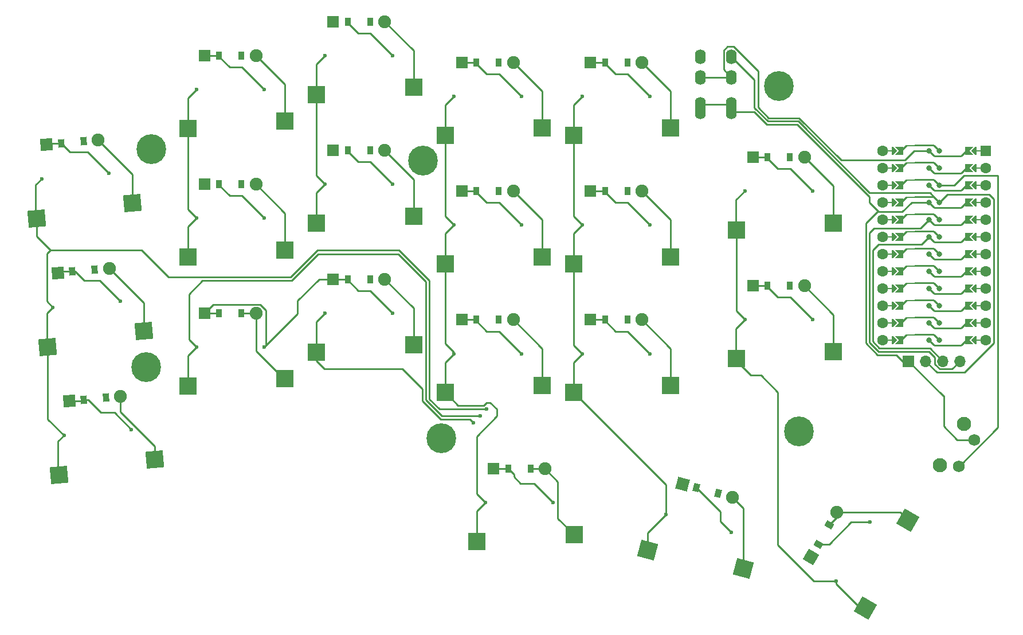
<source format=gbr>
%TF.GenerationSoftware,KiCad,Pcbnew,8.0.0*%
%TF.CreationDate,2024-03-12T02:06:11+01:00*%
%TF.ProjectId,cornish-v1,636f726e-6973-4682-9d76-312e6b696361,v1.0.0*%
%TF.SameCoordinates,Original*%
%TF.FileFunction,Copper,L2,Bot*%
%TF.FilePolarity,Positive*%
%FSLAX46Y46*%
G04 Gerber Fmt 4.6, Leading zero omitted, Abs format (unit mm)*
G04 Created by KiCad (PCBNEW 8.0.0) date 2024-03-12 02:06:11*
%MOMM*%
%LPD*%
G01*
G04 APERTURE LIST*
G04 Aperture macros list*
%AMRotRect*
0 Rectangle, with rotation*
0 The origin of the aperture is its center*
0 $1 length*
0 $2 width*
0 $3 Rotation angle, in degrees counterclockwise*
0 Add horizontal line*
21,1,$1,$2,0,0,$3*%
%AMFreePoly0*
4,1,5,0.125000,-0.500000,-0.125000,-0.500000,-0.125000,0.500000,0.125000,0.500000,0.125000,-0.500000,0.125000,-0.500000,$1*%
%AMFreePoly1*
4,1,6,0.600000,0.200000,0.000000,-0.400000,-0.600000,0.200000,-0.600000,0.400000,0.600000,0.400000,0.600000,0.200000,0.600000,0.200000,$1*%
%AMFreePoly2*
4,1,6,0.600000,-0.250000,-0.600000,-0.250000,-0.600000,1.000000,0.000000,0.400000,0.600000,1.000000,0.600000,-0.250000,0.600000,-0.250000,$1*%
%AMFreePoly3*
4,1,45,0.008964,0.122598,0.024387,0.122598,0.052641,0.110894,0.062500,0.108253,0.064961,0.105791,0.069447,0.103934,0.103934,0.069447,0.105791,0.064961,0.108253,0.062500,0.110894,0.052643,0.122598,0.024387,0.122598,0.008964,0.125000,0.000000,0.122598,-0.008964,0.122598,-0.024386,0.110896,-0.052633,0.108253,-0.062500,0.105790,-0.064962,0.103934,-0.069446,-0.643355,-0.819983,
-0.641028,-4.773351,0.088389,-5.499612,0.103934,-5.518554,0.122598,-5.563614,0.122598,-5.612387,0.103934,-5.657447,0.069447,-5.691934,0.024387,-5.710598,-0.024386,-5.710598,-0.069446,-5.691934,-0.854388,-4.910388,-0.869934,-4.891446,-0.888598,-4.846386,-0.891000,-0.766000,-0.888598,-0.741614,-0.869934,-0.696554,-0.088388,0.088389,-0.069446,0.103934,-0.064962,0.105790,-0.062500,0.108253,
-0.052633,0.110896,-0.024386,0.122598,-0.008964,0.122598,0.000000,0.125000,0.008964,0.122598,0.008964,0.122598,$1*%
G04 Aperture macros list end*
%TA.AperFunction,ComponentPad*%
%ADD10C,0.600000*%
%TD*%
%TA.AperFunction,ComponentPad*%
%ADD11C,2.100000*%
%TD*%
%TA.AperFunction,ComponentPad*%
%ADD12C,1.750000*%
%TD*%
%TA.AperFunction,ComponentPad*%
%ADD13C,0.700000*%
%TD*%
%TA.AperFunction,ComponentPad*%
%ADD14C,4.400000*%
%TD*%
%TA.AperFunction,ComponentPad*%
%ADD15R,1.778000X1.778000*%
%TD*%
%TA.AperFunction,SMDPad,CuDef*%
%ADD16R,0.900000X1.200000*%
%TD*%
%TA.AperFunction,ComponentPad*%
%ADD17C,1.905000*%
%TD*%
%TA.AperFunction,ComponentPad*%
%ADD18RotRect,1.778000X1.778000X5.000000*%
%TD*%
%TA.AperFunction,SMDPad,CuDef*%
%ADD19RotRect,0.900000X1.200000X5.000000*%
%TD*%
%TA.AperFunction,SMDPad,CuDef*%
%ADD20R,2.550000X2.500000*%
%TD*%
%TA.AperFunction,ComponentPad*%
%ADD21O,1.600000X2.200000*%
%TD*%
%TA.AperFunction,ComponentPad*%
%ADD22RotRect,1.778000X1.778000X60.000000*%
%TD*%
%TA.AperFunction,SMDPad,CuDef*%
%ADD23RotRect,0.900000X1.200000X60.000000*%
%TD*%
%TA.AperFunction,SMDPad,CuDef*%
%ADD24RotRect,2.550000X2.500000X5.000000*%
%TD*%
%TA.AperFunction,ComponentPad*%
%ADD25C,1.600000*%
%TD*%
%TA.AperFunction,ComponentPad*%
%ADD26R,1.600000X1.600000*%
%TD*%
%TA.AperFunction,SMDPad,CuDef*%
%ADD27FreePoly0,270.000000*%
%TD*%
%TA.AperFunction,SMDPad,CuDef*%
%ADD28FreePoly1,270.000000*%
%TD*%
%TA.AperFunction,SMDPad,CuDef*%
%ADD29FreePoly1,90.000000*%
%TD*%
%TA.AperFunction,SMDPad,CuDef*%
%ADD30FreePoly0,90.000000*%
%TD*%
%TA.AperFunction,SMDPad,CuDef*%
%ADD31FreePoly2,90.000000*%
%TD*%
%TA.AperFunction,SMDPad,CuDef*%
%ADD32FreePoly3,270.000000*%
%TD*%
%TA.AperFunction,ComponentPad*%
%ADD33C,0.800000*%
%TD*%
%TA.AperFunction,SMDPad,CuDef*%
%ADD34FreePoly3,90.000000*%
%TD*%
%TA.AperFunction,SMDPad,CuDef*%
%ADD35FreePoly2,270.000000*%
%TD*%
%TA.AperFunction,SMDPad,CuDef*%
%ADD36RotRect,2.550000X2.500000X345.000000*%
%TD*%
%TA.AperFunction,ComponentPad*%
%ADD37RotRect,1.778000X1.778000X345.000000*%
%TD*%
%TA.AperFunction,SMDPad,CuDef*%
%ADD38RotRect,0.900000X1.200000X345.000000*%
%TD*%
%TA.AperFunction,SMDPad,CuDef*%
%ADD39RotRect,2.550000X2.500000X60.000000*%
%TD*%
%TA.AperFunction,ComponentPad*%
%ADD40R,1.700000X1.700000*%
%TD*%
%TA.AperFunction,ComponentPad*%
%ADD41O,1.700000X1.700000*%
%TD*%
%TA.AperFunction,Conductor*%
%ADD42C,0.250000*%
%TD*%
G04 APERTURE END LIST*
D10*
%TO.P,REF\u002A\u002A,1*%
%TO.N,P16*%
X199500000Y-154500000D03*
%TD*%
%TO.P,REF\u002A\u002A,1*%
%TO.N,P10*%
X200500000Y-153500000D03*
%TD*%
%TO.P,REF\u002A\u002A,1*%
%TO.N,P9*%
X201500000Y-152500000D03*
%TD*%
D11*
%TO.P,REF\u002A\u002A,*%
%TO.N,*%
X271968597Y-154672468D03*
X268463597Y-160743307D03*
D12*
%TO.P,REF\u002A\u002A,1*%
%TO.N,GND*%
X273500000Y-157000000D03*
%TO.P,REF\u002A\u002A,2*%
%TO.N,RST*%
X271250001Y-160897115D03*
%TD*%
D13*
%TO.P,_46,1*%
%TO.N,N/C*%
X242956795Y-104801108D03*
X243440069Y-103634382D03*
X243440069Y-105967834D03*
X244606795Y-103151108D03*
D14*
X244606795Y-104801108D03*
D13*
X244606795Y-106451108D03*
X245773521Y-103634382D03*
X245773521Y-105967834D03*
X246256795Y-104801108D03*
%TD*%
D15*
%TO.P,D19,1*%
%TO.N,P19*%
X240796796Y-134301108D03*
D16*
X242956796Y-134301108D03*
%TO.P,D19,2*%
%TO.N,media_one*%
X246256796Y-134301108D03*
D17*
X248416796Y-134301108D03*
%TD*%
D10*
%TO.P,REF\u002A\u002A,1*%
%TO.N,P4*%
X258118678Y-169174442D03*
%TD*%
D15*
%TO.P,D10,1*%
%TO.N,P19*%
X197796795Y-139301109D03*
D16*
X199956795Y-139301109D03*
%TO.P,D10,2*%
%TO.N,index_bottom*%
X203256795Y-139301109D03*
D17*
X205416795Y-139301109D03*
%TD*%
D18*
%TO.P,D1,1*%
%TO.N,P19*%
X139792061Y-151288925D03*
D19*
X141943842Y-151100669D03*
%TO.P,D1,2*%
%TO.N,pinky_bottom*%
X145231284Y-150813055D03*
D17*
X147383065Y-150624799D03*
%TD*%
D13*
%TO.P,_43,1*%
%TO.N,N/C*%
X149564777Y-146418645D03*
X149944525Y-145214238D03*
X150147898Y-147538811D03*
X151064691Y-144631117D03*
D14*
X151208498Y-146274838D03*
D13*
X151352305Y-147918559D03*
X152269098Y-145010865D03*
X152472471Y-147335438D03*
X152852219Y-146131031D03*
%TD*%
D15*
%TO.P,D11,1*%
%TO.N,P20*%
X197796795Y-120301109D03*
D16*
X199956795Y-120301109D03*
%TO.P,D11,2*%
%TO.N,index_home*%
X203256795Y-120301109D03*
D17*
X205416795Y-120301109D03*
%TD*%
D10*
%TO.P,REF\u002A\u002A,1*%
%TO.N,P21*%
X206606795Y-106301108D03*
%TD*%
%TO.P,REF\u002A\u002A,1*%
%TO.N,P16*%
X177606796Y-119301109D03*
%TD*%
%TO.P,REF\u002A\u002A,1*%
%TO.N,P19*%
X187606795Y-138301108D03*
%TD*%
%TO.P,REF\u002A\u002A,1*%
%TO.N,P14*%
X196606795Y-144301108D03*
%TD*%
D13*
%TO.P,_45,1*%
%TO.N,N/C*%
X193156795Y-156801109D03*
X193640069Y-155634383D03*
X193640069Y-157967835D03*
X194806795Y-155151109D03*
D14*
X194806795Y-156801109D03*
D13*
X194806795Y-158451109D03*
X195973521Y-155634383D03*
X195973521Y-157967835D03*
X196456795Y-156801109D03*
%TD*%
D10*
%TO.P,REF\u002A\u002A,1*%
%TO.N,P20*%
X147348357Y-136574357D03*
%TD*%
%TO.P,REF\u002A\u002A,1*%
%TO.N,P16*%
X177606796Y-100301109D03*
%TD*%
D20*
%TO.P,S10,1*%
%TO.N,P14*%
X195336795Y-150051109D03*
%TO.P,S10,2*%
%TO.N,index_bottom*%
X209676795Y-149001109D03*
%TD*%
D10*
%TO.P,REF\u002A\u002A,1*%
%TO.N,P20*%
X206606795Y-125301108D03*
%TD*%
D13*
%TO.P,_47,1*%
%TO.N,N/C*%
X245956795Y-155801108D03*
X246440069Y-154634382D03*
X246440069Y-156967834D03*
X247606795Y-154151108D03*
D14*
X247606795Y-155801108D03*
D13*
X247606795Y-157451108D03*
X248773521Y-154634382D03*
X248773521Y-156967834D03*
X249256795Y-155801108D03*
%TD*%
D20*
%TO.P,S4,1*%
%TO.N,P10*%
X157336796Y-149051108D03*
%TO.P,S4,2*%
%TO.N,ring_bottom*%
X171676796Y-148001108D03*
%TD*%
D21*
%TO.P,TRRS1,1*%
%TO.N,GND*%
X233006795Y-108601108D03*
X237606795Y-108601108D03*
%TO.P,TRRS1,2*%
X233006795Y-107501108D03*
X237606795Y-107501107D03*
%TO.P,TRRS1,3*%
%TO.N,P1*%
X233006795Y-103501108D03*
X237606795Y-103501108D03*
%TO.P,TRRS1,4*%
%TO.N,VCC*%
X233006795Y-100501108D03*
X237606795Y-100501108D03*
%TD*%
D22*
%TO.P,D18,1*%
%TO.N,P4*%
X249383551Y-174304125D03*
D23*
X250463551Y-172433511D03*
%TO.P,D18,2*%
%TO.N,space_cluster*%
X252113551Y-169575627D03*
D17*
X253193551Y-167705013D03*
%TD*%
D10*
%TO.P,REF\u002A\u002A,1*%
%TO.N,P21*%
X168606795Y-105301108D03*
%TD*%
%TO.P,REF\u002A\u002A,1*%
%TO.N,P18*%
X253118678Y-177834696D03*
%TD*%
%TO.P,REF\u002A\u002A,1*%
%TO.N,P19*%
X225606795Y-144301108D03*
%TD*%
D20*
%TO.P,S11,1*%
%TO.N,P14*%
X195336795Y-131051109D03*
%TO.P,S11,2*%
%TO.N,index_home*%
X209676795Y-130001109D03*
%TD*%
D15*
%TO.P,D13,1*%
%TO.N,P19*%
X216796795Y-139301109D03*
D16*
X218956795Y-139301109D03*
%TO.P,D13,2*%
%TO.N,index2_bottom*%
X222256795Y-139301109D03*
D17*
X224416795Y-139301109D03*
%TD*%
D10*
%TO.P,REF\u002A\u002A,1*%
%TO.N,P4*%
X211306795Y-166301108D03*
%TD*%
D24*
%TO.P,S3,1*%
%TO.N,P9*%
X134966428Y-124357023D03*
%TO.P,S3,2*%
%TO.N,pinky_top*%
X149160347Y-122061205D03*
%TD*%
D10*
%TO.P,REF\u002A\u002A,1*%
%TO.N,P15*%
X227945754Y-168043491D03*
%TD*%
%TO.P,REF\u002A\u002A,1*%
%TO.N,P10*%
X158606796Y-105301108D03*
%TD*%
D20*
%TO.P,S12,1*%
%TO.N,P14*%
X195336795Y-112051109D03*
%TO.P,S12,2*%
%TO.N,index_top*%
X209676795Y-111001109D03*
%TD*%
D10*
%TO.P,REF\u002A\u002A,1*%
%TO.N,P15*%
X215606795Y-125301108D03*
%TD*%
D15*
%TO.P,D20,1*%
%TO.N,P20*%
X240796796Y-115301108D03*
D16*
X242956796Y-115301108D03*
%TO.P,D20,2*%
%TO.N,media_two*%
X246256796Y-115301108D03*
D17*
X248416796Y-115301108D03*
%TD*%
D20*
%TO.P,S13,1*%
%TO.N,P15*%
X214336795Y-150051109D03*
%TO.P,S13,2*%
%TO.N,index2_bottom*%
X228676795Y-149001109D03*
%TD*%
D15*
%TO.P,D15,1*%
%TO.N,P21*%
X216796795Y-101301109D03*
D16*
X218956795Y-101301109D03*
%TO.P,D15,2*%
%TO.N,index2_top*%
X222256795Y-101301109D03*
D17*
X224416795Y-101301109D03*
%TD*%
D10*
%TO.P,REF\u002A\u002A,1*%
%TO.N,P19*%
X149004316Y-155502057D03*
%TD*%
D20*
%TO.P,S19,1*%
%TO.N,P18*%
X238336795Y-145051109D03*
%TO.P,S19,2*%
%TO.N,media_one*%
X252676795Y-144001109D03*
%TD*%
D10*
%TO.P,REF\u002A\u002A,1*%
%TO.N,P18*%
X239606795Y-139301109D03*
%TD*%
%TO.P,REF\u002A\u002A,1*%
%TO.N,P16*%
X177606796Y-138301109D03*
%TD*%
%TO.P,REF\u002A\u002A,1*%
%TO.N,P14*%
X201306795Y-166301108D03*
%TD*%
%TO.P,REF\u002A\u002A,1*%
%TO.N,P21*%
X225606795Y-106301108D03*
%TD*%
%TO.P,REF\u002A\u002A,1*%
%TO.N,P21*%
X145692397Y-117646658D03*
%TD*%
%TO.P,REF\u002A\u002A,1*%
%TO.N,P10*%
X158606796Y-124301109D03*
%TD*%
%TO.P,REF\u002A\u002A,1*%
%TO.N,P15*%
X215606795Y-106301108D03*
%TD*%
%TO.P,REF\u002A\u002A,1*%
%TO.N,P9*%
X135730450Y-118518216D03*
%TD*%
%TO.P,REF\u002A\u002A,1*%
%TO.N,P10*%
X158606795Y-143301108D03*
%TD*%
D15*
%TO.P,D7,1*%
%TO.N,P19*%
X178796795Y-133301108D03*
D16*
X180956795Y-133301108D03*
%TO.P,D7,2*%
%TO.N,middle_bottom*%
X184256795Y-133301108D03*
D17*
X186416795Y-133301108D03*
%TD*%
D10*
%TO.P,REF\u002A\u002A,1*%
%TO.N,P20*%
X249606795Y-120301108D03*
%TD*%
D15*
%TO.P,D12,1*%
%TO.N,P21*%
X197796795Y-101301109D03*
D16*
X199956795Y-101301109D03*
%TO.P,D12,2*%
%TO.N,index_top*%
X203256795Y-101301109D03*
D17*
X205416795Y-101301109D03*
%TD*%
D25*
%TO.P,_41,*%
%TO.N,*%
X275226794Y-114331108D03*
D26*
X275226794Y-114331108D03*
D27*
X273956795Y-114331108D03*
D28*
X273448795Y-114331108D03*
D29*
X261764795Y-114331108D03*
D30*
X261256795Y-114331108D03*
D25*
X259986795Y-114331108D03*
X275226795Y-116871108D03*
D27*
X273956795Y-116871108D03*
D28*
X273448795Y-116871108D03*
D29*
X261764795Y-116871108D03*
D30*
X261256795Y-116871108D03*
D25*
X259986795Y-116871108D03*
X275226795Y-119411108D03*
D27*
X273956795Y-119411108D03*
D28*
X273448795Y-119411108D03*
D29*
X261764795Y-119411108D03*
D30*
X261256795Y-119411108D03*
D25*
X259986795Y-119411108D03*
X259986795Y-121951107D03*
X275226795Y-121951108D03*
D28*
X273448795Y-121951108D03*
D29*
X261764795Y-121951108D03*
D30*
X261256796Y-121951108D03*
D27*
X273956795Y-121951109D03*
D25*
X275226795Y-124491108D03*
D27*
X273956795Y-124491108D03*
D28*
X273448795Y-124491108D03*
D29*
X261764794Y-124491108D03*
D30*
X261256795Y-124491108D03*
D25*
X259986795Y-124491108D03*
X275226795Y-127031108D03*
D27*
X273956795Y-127031108D03*
D28*
X273448795Y-127031108D03*
D29*
X261764795Y-127031108D03*
D30*
X261256795Y-127031108D03*
D25*
X259986795Y-127031108D03*
X275226795Y-129571108D03*
D27*
X273956795Y-129571108D03*
D28*
X273448795Y-129571108D03*
D29*
X261764795Y-129571108D03*
D30*
X261256795Y-129571108D03*
D25*
X259986795Y-129571108D03*
X275226795Y-132111108D03*
D27*
X273956795Y-132111108D03*
D28*
X273448796Y-132111108D03*
D29*
X261764795Y-132111108D03*
D30*
X261256795Y-132111108D03*
D25*
X259986795Y-132111108D03*
D30*
X261256795Y-134651107D03*
D27*
X273956794Y-134651108D03*
D28*
X273448795Y-134651108D03*
D29*
X261764795Y-134651108D03*
D25*
X259986795Y-134651108D03*
X275226795Y-134651109D03*
X275226795Y-137191108D03*
D27*
X273956795Y-137191108D03*
D28*
X273448795Y-137191108D03*
D29*
X261764795Y-137191108D03*
D30*
X261256795Y-137191108D03*
D25*
X259986795Y-137191108D03*
X275226795Y-139731108D03*
D27*
X273956795Y-139731108D03*
D28*
X273448795Y-139731108D03*
D29*
X261764795Y-139731108D03*
D30*
X261256795Y-139731108D03*
D25*
X259986795Y-139731108D03*
X275226795Y-142271108D03*
D27*
X273956795Y-142271108D03*
D28*
X273448795Y-142271108D03*
D29*
X261764795Y-142271108D03*
D30*
X261256795Y-142271108D03*
D25*
X259986796Y-142271108D03*
D31*
%TO.P,_41,1*%
%TO.N,RAW*%
X262780795Y-114331107D03*
D32*
X268368795Y-114331108D03*
D33*
X268368795Y-114331108D03*
D32*
%TO.P,_41,2*%
%TO.N,GND*%
X268368795Y-116871108D03*
D33*
X268368795Y-116871108D03*
D31*
%TO.N,N/C*%
X262780795Y-116871108D03*
D32*
%TO.P,_41,3*%
%TO.N,RST*%
X268368795Y-119411108D03*
D33*
X268368795Y-119411108D03*
D31*
X262780795Y-119411108D03*
%TO.P,_41,4*%
%TO.N,VCC*%
X262780795Y-121951108D03*
D32*
X268368795Y-121951109D03*
D33*
X268368795Y-121951109D03*
D32*
%TO.P,_41,5*%
%TO.N,P21*%
X268368795Y-124491108D03*
D33*
X268368795Y-124491108D03*
D31*
X262780795Y-124491108D03*
D32*
%TO.P,_41,6*%
%TO.N,P20*%
X268368795Y-127031108D03*
D33*
X268368795Y-127031108D03*
D31*
X262780795Y-127031108D03*
D32*
%TO.P,_41,7*%
%TO.N,P19*%
X268368795Y-129571108D03*
D33*
X268368795Y-129571108D03*
D31*
X262780795Y-129571108D03*
D32*
%TO.P,_41,8*%
%TO.N,P18*%
X268368795Y-132111108D03*
D33*
X268368795Y-132111108D03*
D31*
X262780795Y-132111108D03*
D32*
%TO.P,_41,9*%
%TO.N,P15*%
X268368796Y-134651108D03*
D33*
X268368796Y-134651108D03*
D31*
X262780795Y-134651108D03*
D32*
%TO.P,_41,10*%
%TO.N,P14*%
X268368795Y-137191108D03*
D33*
X268368795Y-137191108D03*
D31*
X262780795Y-137191108D03*
D32*
%TO.P,_41,11*%
%TO.N,P16*%
X268368795Y-139731108D03*
D33*
X268368795Y-139731108D03*
D31*
X262780795Y-139731108D03*
D32*
%TO.P,_41,12*%
%TO.N,P10*%
X268368795Y-142271108D03*
D33*
X268368795Y-142271108D03*
D31*
X262780795Y-142271108D03*
D34*
%TO.P,_41,13*%
%TO.N,P9*%
X266844795Y-142271108D03*
D33*
X266844795Y-142271108D03*
D35*
X272432795Y-142271109D03*
%TO.P,_41,14*%
%TO.N,P8*%
X272432795Y-139731108D03*
D34*
X266844795Y-139731108D03*
D33*
X266844795Y-139731108D03*
D35*
%TO.P,_41,15*%
%TO.N,P7*%
X272432795Y-137191108D03*
D34*
X266844795Y-137191108D03*
D33*
X266844795Y-137191108D03*
D34*
%TO.P,_41,16*%
%TO.N,P6*%
X266844795Y-134651107D03*
D33*
X266844795Y-134651107D03*
D35*
X272432795Y-134651108D03*
%TO.P,_41,17*%
%TO.N,P5*%
X272432795Y-132111108D03*
D34*
X266844795Y-132111108D03*
D33*
X266844795Y-132111108D03*
D35*
%TO.P,_41,18*%
%TO.N,P4*%
X272432795Y-129571108D03*
D34*
X266844795Y-129571108D03*
D33*
X266844795Y-129571108D03*
D35*
%TO.P,_41,19*%
%TO.N,P3*%
X272432795Y-127031108D03*
D34*
X266844795Y-127031108D03*
D33*
X266844795Y-127031108D03*
D35*
%TO.P,_41,20*%
%TO.N,P2*%
X272432795Y-124491108D03*
D34*
X266844795Y-124491108D03*
D33*
X266844795Y-124491108D03*
D35*
%TO.P,_41,21*%
%TO.N,GND*%
X272432795Y-121951108D03*
D34*
X266844794Y-121951108D03*
D33*
X266844794Y-121951108D03*
D35*
%TO.P,_41,22*%
X272432795Y-119411108D03*
D34*
X266844795Y-119411108D03*
D33*
X266844795Y-119411108D03*
D35*
%TO.P,_41,23*%
%TO.N,P0*%
X272432795Y-116871108D03*
D34*
X266844795Y-116871108D03*
D33*
X266844795Y-116871108D03*
D35*
%TO.P,_41,24*%
%TO.N,P1*%
X272432795Y-114331108D03*
D34*
X266844795Y-114331108D03*
D33*
X266844795Y-114331108D03*
%TD*%
D10*
%TO.P,REF\u002A\u002A,1*%
%TO.N,P14*%
X196606795Y-106301108D03*
%TD*%
%TO.P,REF\u002A\u002A,1*%
%TO.N,P19*%
X206606795Y-144301108D03*
%TD*%
D24*
%TO.P,S2,1*%
%TO.N,P9*%
X136622387Y-143284723D03*
%TO.P,S2,2*%
%TO.N,pinky_home*%
X150816306Y-140988905D03*
%TD*%
D10*
%TO.P,REF\u002A\u002A,1*%
%TO.N,P9*%
X137386409Y-137445915D03*
%TD*%
D36*
%TO.P,S17,1*%
%TO.N,P15*%
X225230819Y-173268864D03*
%TO.P,S17,2*%
%TO.N,layer_cluster*%
X239353955Y-175966107D03*
%TD*%
D15*
%TO.P,D14,1*%
%TO.N,P20*%
X216796795Y-120301109D03*
D16*
X218956795Y-120301109D03*
%TO.P,D14,2*%
%TO.N,index2_home*%
X222256795Y-120301109D03*
D17*
X224416795Y-120301109D03*
%TD*%
D10*
%TO.P,REF\u002A\u002A,1*%
%TO.N,P19*%
X249606795Y-139301108D03*
%TD*%
D20*
%TO.P,S16,1*%
%TO.N,P14*%
X200036795Y-172051109D03*
%TO.P,S16,2*%
%TO.N,mod_cluster*%
X214376795Y-171001109D03*
%TD*%
D15*
%TO.P,D6,1*%
%TO.N,P21*%
X159796796Y-100301108D03*
D16*
X161956796Y-100301108D03*
%TO.P,D6,2*%
%TO.N,ring_top*%
X165256796Y-100301108D03*
D17*
X167416796Y-100301108D03*
%TD*%
D20*
%TO.P,S7,1*%
%TO.N,P16*%
X176336796Y-144051108D03*
%TO.P,S7,2*%
%TO.N,middle_bottom*%
X190676796Y-143001108D03*
%TD*%
D13*
%TO.P,_42,1*%
%TO.N,N/C*%
X150262475Y-114235368D03*
X150642223Y-113030961D03*
X150845596Y-115355534D03*
X151762389Y-112447840D03*
D14*
X151906196Y-114091561D03*
D13*
X152050003Y-115735282D03*
X152966796Y-112827588D03*
X153170169Y-115152161D03*
X153549917Y-113947754D03*
%TD*%
D10*
%TO.P,REF\u002A\u002A,1*%
%TO.N,P9*%
X139042369Y-156373615D03*
%TD*%
D20*
%TO.P,S20,1*%
%TO.N,P18*%
X238336795Y-126051109D03*
%TO.P,S20,2*%
%TO.N,media_two*%
X252676795Y-125001109D03*
%TD*%
D15*
%TO.P,D16,1*%
%TO.N,P4*%
X202496795Y-161301109D03*
D16*
X204656795Y-161301109D03*
%TO.P,D16,2*%
%TO.N,mod_cluster*%
X207956795Y-161301109D03*
D17*
X210116795Y-161301109D03*
%TD*%
D10*
%TO.P,REF\u002A\u002A,1*%
%TO.N,P20*%
X187606796Y-119301108D03*
%TD*%
D37*
%TO.P,D17,1*%
%TO.N,P4*%
X230389301Y-163521857D03*
D38*
X232475700Y-164080906D03*
%TO.P,D17,2*%
%TO.N,layer_cluster*%
X235663256Y-164935010D03*
D17*
X237749655Y-165494059D03*
%TD*%
D18*
%TO.P,D2,1*%
%TO.N,P20*%
X138136102Y-132361226D03*
D19*
X140287883Y-132172970D03*
%TO.P,D2,2*%
%TO.N,pinky_home*%
X143575325Y-131885356D03*
D17*
X145727106Y-131697100D03*
%TD*%
D15*
%TO.P,D9,1*%
%TO.N,P21*%
X178796795Y-95301108D03*
D16*
X180956795Y-95301108D03*
%TO.P,D9,2*%
%TO.N,middle_top*%
X184256795Y-95301108D03*
D17*
X186416795Y-95301108D03*
%TD*%
D10*
%TO.P,REF\u002A\u002A,1*%
%TO.N,P20*%
X225606795Y-125301108D03*
%TD*%
D18*
%TO.P,D3,1*%
%TO.N,P21*%
X136480144Y-113433527D03*
D19*
X138631925Y-113245271D03*
%TO.P,D3,2*%
%TO.N,pinky_top*%
X141919367Y-112957657D03*
D17*
X144071148Y-112769401D03*
%TD*%
D39*
%TO.P,S18,1*%
%TO.N,P18*%
X257463325Y-181809548D03*
%TO.P,S18,2*%
%TO.N,space_cluster*%
X263723998Y-168865743D03*
%TD*%
D15*
%TO.P,D8,1*%
%TO.N,P20*%
X178796795Y-114301108D03*
D16*
X180956795Y-114301108D03*
%TO.P,D8,2*%
%TO.N,middle_home*%
X184256795Y-114301108D03*
D17*
X186416795Y-114301108D03*
%TD*%
D10*
%TO.P,REF\u002A\u002A,1*%
%TO.N,P4*%
X237605012Y-170631682D03*
%TD*%
%TO.P,REF\u002A\u002A,1*%
%TO.N,P20*%
X168606795Y-124301108D03*
%TD*%
%TO.P,REF\u002A\u002A,1*%
%TO.N,P18*%
X239606795Y-120301108D03*
%TD*%
D15*
%TO.P,D4,1*%
%TO.N,P19*%
X159796796Y-138301108D03*
D16*
X161956796Y-138301108D03*
%TO.P,D4,2*%
%TO.N,ring_bottom*%
X165256796Y-138301108D03*
D17*
X167416796Y-138301108D03*
%TD*%
D15*
%TO.P,D5,1*%
%TO.N,P20*%
X159796796Y-119301108D03*
D16*
X161956796Y-119301108D03*
%TO.P,D5,2*%
%TO.N,ring_home*%
X165256796Y-119301108D03*
D17*
X167416796Y-119301108D03*
%TD*%
D10*
%TO.P,REF\u002A\u002A,1*%
%TO.N,P15*%
X215606795Y-144301108D03*
%TD*%
%TO.P,REF\u002A\u002A,1*%
%TO.N,P14*%
X196606795Y-125301108D03*
%TD*%
D20*
%TO.P,S15,1*%
%TO.N,P15*%
X214336795Y-112051109D03*
%TO.P,S15,2*%
%TO.N,index2_top*%
X228676795Y-111001109D03*
%TD*%
D13*
%TO.P,_44,1*%
%TO.N,N/C*%
X190456796Y-115801108D03*
X190940070Y-114634382D03*
X190940070Y-116967834D03*
X192106796Y-114151108D03*
D14*
X192106796Y-115801108D03*
D13*
X192106796Y-117451108D03*
X193273522Y-114634382D03*
X193273522Y-116967834D03*
X193756796Y-115801108D03*
%TD*%
D20*
%TO.P,S8,1*%
%TO.N,P16*%
X176336796Y-125051108D03*
%TO.P,S8,2*%
%TO.N,middle_home*%
X190676796Y-124001108D03*
%TD*%
D10*
%TO.P,REF\u002A\u002A,1*%
%TO.N,P21*%
X187606796Y-100301108D03*
%TD*%
D40*
%TO.P,OLED1,1*%
%TO.N,GND*%
X263806794Y-145401108D03*
D41*
%TO.P,OLED1,2*%
%TO.N,VCC*%
X266346795Y-145401108D03*
%TO.P,OLED1,3*%
%TO.N,P3*%
X268886795Y-145401108D03*
%TO.P,OLED1,4*%
%TO.N,P2*%
X271426795Y-145401108D03*
%TD*%
D20*
%TO.P,S6,1*%
%TO.N,P10*%
X157336795Y-111051109D03*
%TO.P,S6,2*%
%TO.N,ring_top*%
X171676795Y-110001109D03*
%TD*%
D24*
%TO.P,S1,1*%
%TO.N,P9*%
X138278346Y-162212421D03*
%TO.P,S1,2*%
%TO.N,pinky_bottom*%
X152472265Y-159916603D03*
%TD*%
D20*
%TO.P,S5,1*%
%TO.N,P10*%
X157336796Y-130051108D03*
%TO.P,S5,2*%
%TO.N,ring_home*%
X171676796Y-129001108D03*
%TD*%
%TO.P,S9,1*%
%TO.N,P16*%
X176336796Y-106051108D03*
%TO.P,S9,2*%
%TO.N,middle_top*%
X190676796Y-105001108D03*
%TD*%
%TO.P,S14,1*%
%TO.N,P15*%
X214336795Y-131051109D03*
%TO.P,S14,2*%
%TO.N,index2_home*%
X228676795Y-130001109D03*
%TD*%
D10*
%TO.P,REF\u002A\u002A,1*%
%TO.N,P19*%
X168606795Y-143301108D03*
%TD*%
D42*
%TO.N,P20*%
X140672970Y-132172970D02*
X140287883Y-132172970D01*
%TO.N,P9*%
X134966428Y-124357023D02*
X134862800Y-124253395D01*
%TO.N,P21*%
X165305687Y-102000000D02*
X163500000Y-102000000D01*
X161956796Y-100456796D02*
X161956796Y-100301108D01*
%TO.N,P10*%
X157336795Y-111051109D02*
X157331795Y-111046109D01*
%TO.N,P20*%
X165305687Y-121000000D02*
X163500000Y-121000000D01*
%TO.N,P16*%
X176336796Y-106051108D02*
X176331796Y-106046108D01*
%TO.N,P21*%
X184305688Y-97000000D02*
X182500000Y-97000000D01*
%TO.N,P20*%
X184305688Y-116000000D02*
X182500000Y-116000000D01*
%TO.N,P19*%
X168023608Y-137023608D02*
X168906795Y-137906795D01*
X168906795Y-143001108D02*
X168606795Y-143301108D01*
X173500000Y-136500000D02*
X173500000Y-138407903D01*
%TO.N,P16*%
X176336796Y-144051108D02*
X176331796Y-144046108D01*
%TO.N,P19*%
X184305687Y-135000000D02*
X182500000Y-135000000D01*
X180956795Y-133456795D02*
X180956795Y-133301108D01*
%TO.N,P14*%
X195336795Y-112051109D02*
X195331795Y-112046109D01*
X195336795Y-131051109D02*
X195331795Y-131046109D01*
X196606795Y-144301108D02*
X196606795Y-144106795D01*
%TO.N,P19*%
X203305687Y-141000000D02*
X201500000Y-141000000D01*
X199956795Y-139456795D02*
X199956795Y-139301109D01*
%TO.N,P20*%
X203305687Y-122000000D02*
X201500000Y-122000000D01*
X199956795Y-120456795D02*
X199956795Y-120301109D01*
%TO.N,P21*%
X203305687Y-103000000D02*
X201500000Y-103000000D01*
X199956795Y-101456795D02*
X199956795Y-101301109D01*
X222305687Y-103000000D02*
X220500000Y-103000000D01*
X218956795Y-101456795D02*
X218956795Y-101301109D01*
%TO.N,P19*%
X222305687Y-141000000D02*
X220500000Y-141000000D01*
X218956795Y-139456795D02*
X218956795Y-139301109D01*
%TO.N,P15*%
X214336795Y-111836795D02*
X214331795Y-111831795D01*
X214336795Y-131051109D02*
X214331795Y-131046109D01*
%TO.N,P20*%
X222305687Y-122000000D02*
X220500000Y-122000000D01*
X218956795Y-120456795D02*
X218956795Y-120301109D01*
X246305687Y-117000000D02*
X244500000Y-117000000D01*
X242956796Y-115456796D02*
X242956796Y-115301108D01*
%TO.N,P19*%
X246305687Y-136000000D02*
X244500000Y-136000000D01*
X242956796Y-134456796D02*
X242956796Y-134301108D01*
%TO.N,P18*%
X238336795Y-126051109D02*
X238331795Y-126046109D01*
X238336795Y-145051109D02*
X238331795Y-145046109D01*
%TO.N,P15*%
X214336795Y-150051109D02*
X214331795Y-150046109D01*
%TO.N,P14*%
X195336795Y-150051109D02*
X195331795Y-150046109D01*
X203000000Y-153500000D02*
X203000000Y-152500000D01*
X202000000Y-151500000D02*
X201500000Y-151500000D01*
%TO.N,P18*%
X242000000Y-147500000D02*
X240500000Y-147500000D01*
%TO.N,space_cluster*%
X253193551Y-167705013D02*
X253193551Y-168495627D01*
%TO.N,P18*%
X253118678Y-177834696D02*
X253118678Y-178258960D01*
%TO.N,P4*%
X236000000Y-169026670D02*
X236000000Y-167605206D01*
X205542791Y-162500000D02*
X205500000Y-162500000D01*
%TO.N,P16*%
X192000000Y-149522445D02*
X192000000Y-151272792D01*
%TO.N,P10*%
X157500000Y-135500000D02*
X159500000Y-133500000D01*
X192500000Y-151136396D02*
X194863604Y-153500000D01*
%TO.N,P9*%
X193000000Y-151000000D02*
X194500000Y-152500000D01*
X136500000Y-129500000D02*
X137000000Y-129000000D01*
X136622387Y-143284723D02*
X136518759Y-143181095D01*
%TO.N,P19*%
X144500000Y-153000000D02*
X146502259Y-153000000D01*
X141755586Y-151288925D02*
X141943842Y-151100669D01*
%TO.N,GND*%
X259250000Y-123250000D02*
X259366108Y-123366108D01*
X259227208Y-144500000D02*
X257500000Y-142772792D01*
%TO.N,P1*%
X237606795Y-103501108D02*
X236481795Y-102376108D01*
X236481795Y-99518205D02*
X237000000Y-99000000D01*
X241568198Y-107931802D02*
X243136396Y-109500000D01*
X263246108Y-115746108D02*
X264661108Y-114331108D01*
%TO.N,GND*%
X240964712Y-108601108D02*
X242863604Y-110500000D01*
X258000000Y-121136396D02*
X258000000Y-122000000D01*
X262866108Y-123366108D02*
X264281108Y-121951108D01*
%TO.N,VCC*%
X241000000Y-108000000D02*
X243000000Y-110000000D01*
X276351795Y-121485117D02*
X275692786Y-120826108D01*
%TO.N,P2*%
X268400094Y-146576108D02*
X267711795Y-145887809D01*
X258000000Y-126500000D02*
X258689892Y-125810108D01*
X259363604Y-144000000D02*
X258000000Y-142636396D01*
%TO.N,P3*%
X267000000Y-143514313D02*
X267000000Y-143500000D01*
X259500000Y-143500000D02*
X258500000Y-142500000D01*
X258500000Y-129000000D02*
X259343892Y-128156108D01*
%TO.N,RST*%
X270588892Y-119411108D02*
X272000000Y-118000000D01*
%TO.N,GND*%
X268905686Y-150500000D02*
X269000000Y-150500000D01*
%TO.N,P21*%
X161956796Y-100301108D02*
X159796796Y-100301108D01*
X138631925Y-113245271D02*
X136668400Y-113245271D01*
X136668400Y-113245271D02*
X136480144Y-113433527D01*
%TO.N,P20*%
X140287883Y-132172970D02*
X138324358Y-132172970D01*
X138324358Y-132172970D02*
X138136102Y-132361226D01*
X144274000Y-133500000D02*
X142000000Y-133500000D01*
X147348357Y-136574357D02*
X144274000Y-133500000D01*
X142000000Y-133500000D02*
X140672970Y-132172970D01*
%TO.N,pinky_home*%
X150816306Y-140988905D02*
X150816306Y-136786300D01*
X150816306Y-136786300D02*
X145727106Y-131697100D01*
%TO.N,P9*%
X134862800Y-124253395D02*
X134862800Y-119385866D01*
X134862800Y-119385866D02*
X135730450Y-118518216D01*
%TO.N,P21*%
X145692397Y-117646658D02*
X142545739Y-114500000D01*
X139886654Y-114500000D02*
X138631925Y-113245271D01*
X142545739Y-114500000D02*
X139886654Y-114500000D01*
%TO.N,pinky_top*%
X149160347Y-122061205D02*
X149160347Y-117858600D01*
X149160347Y-117858600D02*
X144071148Y-112769401D01*
%TO.N,P21*%
X168606795Y-105301108D02*
X165305687Y-102000000D01*
X163500000Y-102000000D02*
X161956796Y-100456796D01*
%TO.N,ring_top*%
X171676795Y-110001109D02*
X171676795Y-104561107D01*
X171676795Y-104561107D02*
X167416796Y-100301108D01*
%TO.N,P10*%
X157331795Y-106576109D02*
X158606796Y-105301108D01*
X157331795Y-111046109D02*
X157331795Y-106576109D01*
X158606796Y-124301109D02*
X157336795Y-123031108D01*
X157336795Y-123031108D02*
X157336795Y-111051109D01*
%TO.N,P20*%
X168606795Y-124301108D02*
X165305687Y-121000000D01*
X163500000Y-121000000D02*
X161956796Y-119456796D01*
X161956796Y-119456796D02*
X161956796Y-119301108D01*
%TO.N,ring_home*%
X171676796Y-129001108D02*
X171676796Y-123561108D01*
X171676796Y-123561108D02*
X167416796Y-119301108D01*
%TO.N,P16*%
X177606796Y-119301109D02*
X176336796Y-118031109D01*
X176336796Y-118031109D02*
X176336796Y-106051108D01*
X176336796Y-125051108D02*
X176331796Y-125046108D01*
X176331796Y-125046108D02*
X176331796Y-120576109D01*
X176331796Y-120576109D02*
X177606796Y-119301109D01*
X176331796Y-101576109D02*
X177606796Y-100301109D01*
X176331796Y-106046108D02*
X176331796Y-101576109D01*
%TO.N,P21*%
X187606796Y-100301108D02*
X184305688Y-97000000D01*
X180956795Y-95456795D02*
X180956795Y-95301108D01*
X182500000Y-97000000D02*
X180956795Y-95456795D01*
%TO.N,middle_top*%
X190676796Y-105001108D02*
X190676796Y-99561109D01*
X190676796Y-99561109D02*
X186416795Y-95301108D01*
%TO.N,P20*%
X180956795Y-114456795D02*
X180956795Y-114301108D01*
X187606796Y-119301108D02*
X184305688Y-116000000D01*
X182500000Y-116000000D02*
X180956795Y-114456795D01*
%TO.N,middle_home*%
X190676796Y-124001108D02*
X190676796Y-118561109D01*
X190676796Y-118561109D02*
X186416795Y-114301108D01*
%TO.N,P19*%
X159796796Y-138301108D02*
X161956796Y-138301108D01*
X159796796Y-138301108D02*
X161074296Y-137023608D01*
X168906795Y-137906795D02*
X168906795Y-143001108D01*
X161074296Y-137023608D02*
X168023608Y-137023608D01*
%TO.N,ring_bottom*%
X167416796Y-138301108D02*
X165256796Y-138301108D01*
%TO.N,P19*%
X176698892Y-133301108D02*
X173500000Y-136500000D01*
X173500000Y-138407903D02*
X168606795Y-143301108D01*
X178796795Y-133301108D02*
X176698892Y-133301108D01*
%TO.N,ring_bottom*%
X171676796Y-148001108D02*
X171501108Y-148001108D01*
X171501108Y-148001108D02*
X167416796Y-143916796D01*
X167416796Y-143916796D02*
X167416796Y-138301108D01*
%TO.N,P16*%
X176331796Y-144046108D02*
X176331796Y-139576109D01*
X176331796Y-139576109D02*
X177606796Y-138301109D01*
%TO.N,P19*%
X180956795Y-133301108D02*
X178796795Y-133301108D01*
X187606795Y-138301108D02*
X184305687Y-135000000D01*
X182500000Y-135000000D02*
X180956795Y-133456795D01*
%TO.N,middle_bottom*%
X190676796Y-143001108D02*
X190676796Y-137561109D01*
X190676796Y-137561109D02*
X186416795Y-133301108D01*
%TO.N,P14*%
X195331795Y-112046109D02*
X195331795Y-107576108D01*
X195331795Y-107576108D02*
X196606795Y-106301108D01*
X196606795Y-125301108D02*
X195336795Y-124031108D01*
X195336795Y-124031108D02*
X195336795Y-112051109D01*
X195331795Y-131046109D02*
X195331795Y-126576108D01*
X195331795Y-126576108D02*
X196606795Y-125301108D01*
X196606795Y-144106795D02*
X195336795Y-142836795D01*
X195336795Y-142836795D02*
X195336795Y-131051109D01*
%TO.N,P19*%
X199956795Y-139301109D02*
X197796795Y-139301109D01*
X206606795Y-144301108D02*
X203305687Y-141000000D01*
X201500000Y-141000000D02*
X199956795Y-139456795D01*
%TO.N,index_bottom*%
X209676795Y-149001109D02*
X209676795Y-143561109D01*
X209676795Y-143561109D02*
X205416795Y-139301109D01*
%TO.N,P20*%
X199956795Y-120301109D02*
X197796795Y-120301109D01*
X206606795Y-125301108D02*
X203305687Y-122000000D01*
X201500000Y-122000000D02*
X199956795Y-120456795D01*
%TO.N,index_home*%
X209676795Y-130001109D02*
X209676795Y-124561109D01*
X209676795Y-124561109D02*
X205416795Y-120301109D01*
%TO.N,P21*%
X199956795Y-101301109D02*
X197796795Y-101301109D01*
X206606795Y-106301108D02*
X203305687Y-103000000D01*
X201500000Y-103000000D02*
X199956795Y-101456795D01*
%TO.N,index_top*%
X209676795Y-111001109D02*
X209676795Y-105561109D01*
X209676795Y-105561109D02*
X205416795Y-101301109D01*
%TO.N,P21*%
X218956795Y-101301109D02*
X216796795Y-101301109D01*
X225606795Y-106301108D02*
X222305687Y-103000000D01*
X220500000Y-103000000D02*
X218956795Y-101456795D01*
%TO.N,index2_top*%
X228676795Y-111001109D02*
X228676795Y-105561109D01*
X228676795Y-105561109D02*
X224416795Y-101301109D01*
%TO.N,P19*%
X218956795Y-139301109D02*
X216796795Y-139301109D01*
X225606795Y-144301108D02*
X222305687Y-141000000D01*
X220500000Y-141000000D02*
X218956795Y-139456795D01*
%TO.N,index2_bottom*%
X228676795Y-149001109D02*
X228676795Y-143561109D01*
X228676795Y-143561109D02*
X224416795Y-139301109D01*
%TO.N,P15*%
X214336795Y-112051109D02*
X214336795Y-111836795D01*
X214331795Y-107576108D02*
X215606795Y-106301108D01*
X214331795Y-111831795D02*
X214331795Y-107576108D01*
X215606795Y-125301108D02*
X214336795Y-124031108D01*
X214336795Y-124031108D02*
X214336795Y-112051109D01*
X214331795Y-131046109D02*
X214331795Y-126576108D01*
X214331795Y-126576108D02*
X215606795Y-125301108D01*
X215606795Y-144301108D02*
X214336795Y-143031108D01*
X214336795Y-143031108D02*
X214336795Y-131051109D01*
%TO.N,P20*%
X218956795Y-120301109D02*
X216796795Y-120301109D01*
X225606795Y-125301108D02*
X222305687Y-122000000D01*
X220500000Y-122000000D02*
X218956795Y-120456795D01*
%TO.N,index2_home*%
X228676795Y-130001109D02*
X228676795Y-124561109D01*
X228676795Y-124561109D02*
X224416795Y-120301109D01*
%TO.N,P20*%
X242956796Y-115301108D02*
X240796796Y-115301108D01*
X249606795Y-120301108D02*
X246305687Y-117000000D01*
X244500000Y-117000000D02*
X242956796Y-115456796D01*
%TO.N,media_two*%
X252676795Y-125001109D02*
X252676795Y-119561107D01*
X252676795Y-119561107D02*
X248416796Y-115301108D01*
%TO.N,P19*%
X242956796Y-134301108D02*
X240796796Y-134301108D01*
X249606795Y-139301108D02*
X246305687Y-136000000D01*
X244500000Y-136000000D02*
X242956796Y-134456796D01*
%TO.N,media_one*%
X252676795Y-144001109D02*
X252676795Y-138561107D01*
X252676795Y-138561107D02*
X248416796Y-134301108D01*
%TO.N,P18*%
X238331795Y-126046109D02*
X238331795Y-121576108D01*
X238331795Y-121576108D02*
X239606795Y-120301108D01*
X239606795Y-139301109D02*
X238336795Y-138031109D01*
X238336795Y-138031109D02*
X238336795Y-126051109D01*
X238331795Y-140576109D02*
X239606795Y-139301109D01*
X238331795Y-145046109D02*
X238331795Y-140576109D01*
%TO.N,P15*%
X214331795Y-150046109D02*
X214331795Y-145576108D01*
X214331795Y-145576108D02*
X215606795Y-144301108D01*
%TO.N,P14*%
X195331795Y-150046109D02*
X195331795Y-145576108D01*
X195331795Y-145576108D02*
X196606795Y-144301108D01*
X201306795Y-166301108D02*
X200000000Y-164994313D01*
X200000000Y-164994313D02*
X200000000Y-156500000D01*
X200000000Y-156500000D02*
X203000000Y-153500000D01*
X203000000Y-152500000D02*
X202000000Y-151500000D01*
X201500000Y-151500000D02*
X201073891Y-151926109D01*
X197211795Y-151926109D02*
X195336795Y-150051109D01*
X201073891Y-151926109D02*
X197211795Y-151926109D01*
%TO.N,P15*%
X227945754Y-168043491D02*
X227945754Y-163660068D01*
X227945754Y-163660068D02*
X214336795Y-150051109D01*
%TO.N,P18*%
X253118678Y-177834696D02*
X249834696Y-177834696D01*
X249834696Y-177834696D02*
X244500000Y-172500000D01*
X244500000Y-172500000D02*
X244500000Y-150000000D01*
X244500000Y-150000000D02*
X242000000Y-147500000D01*
X240500000Y-147500000D02*
X238336795Y-145336795D01*
X238336795Y-145336795D02*
X238336795Y-145051109D01*
%TO.N,P4*%
X258118678Y-169174442D02*
X255325558Y-169174442D01*
X255325558Y-169174442D02*
X252066489Y-172433511D01*
X252066489Y-172433511D02*
X250463551Y-172433511D01*
%TO.N,space_cluster*%
X253193551Y-168495627D02*
X252113551Y-169575627D01*
X263723998Y-168865743D02*
X262563268Y-167705013D01*
X262563268Y-167705013D02*
X253193551Y-167705013D01*
%TO.N,P18*%
X253118678Y-178258960D02*
X256669266Y-181809548D01*
X256669266Y-181809548D02*
X257463325Y-181809548D01*
%TO.N,P4*%
X237605012Y-170631682D02*
X236000000Y-169026670D01*
X236000000Y-167605206D02*
X232475700Y-164080906D01*
%TO.N,layer_cluster*%
X239353955Y-175966107D02*
X239353955Y-167098359D01*
X239353955Y-167098359D02*
X237749655Y-165494059D01*
%TO.N,P15*%
X227945754Y-168043491D02*
X225230819Y-170758426D01*
X225230819Y-170758426D02*
X225230819Y-173268864D01*
%TO.N,P14*%
X200036795Y-172051109D02*
X200031795Y-172046109D01*
X200031795Y-167576108D02*
X201306795Y-166301108D01*
X200031795Y-172046109D02*
X200031795Y-167576108D01*
%TO.N,mod_cluster*%
X210116795Y-161301109D02*
X207956795Y-161301109D01*
X214376795Y-171001109D02*
X212000000Y-168624314D01*
X212000000Y-168624314D02*
X212000000Y-163184314D01*
X212000000Y-163184314D02*
X210116795Y-161301109D01*
%TO.N,P4*%
X204656795Y-161301109D02*
X202496795Y-161301109D01*
X211306795Y-166301108D02*
X208462896Y-163457209D01*
X205500000Y-162500000D02*
X205500000Y-162144314D01*
X208462896Y-163457209D02*
X206500000Y-163457209D01*
X206500000Y-163457209D02*
X205542791Y-162500000D01*
X205500000Y-162144314D02*
X204656795Y-161301109D01*
%TO.N,P16*%
X192000000Y-151272792D02*
X194727208Y-154000000D01*
X199000000Y-154000000D02*
X199500000Y-154500000D01*
X194727208Y-154000000D02*
X199000000Y-154000000D01*
%TO.N,P10*%
X158606795Y-143301108D02*
X157500000Y-142194313D01*
X157500000Y-142194313D02*
X157500000Y-135500000D01*
X188431802Y-129568198D02*
X192500000Y-133636396D01*
X192500000Y-133636396D02*
X192500000Y-151136396D01*
X159500000Y-133500000D02*
X172636396Y-133500000D01*
X194863604Y-153500000D02*
X200500000Y-153500000D01*
X172636396Y-133500000D02*
X176568198Y-129568198D01*
X176568198Y-129568198D02*
X188431802Y-129568198D01*
%TO.N,P9*%
X137000000Y-129000000D02*
X150500000Y-129000000D01*
X150500000Y-129000000D02*
X154500000Y-133000000D01*
X154500000Y-133000000D02*
X172500000Y-133000000D01*
X188500000Y-129000000D02*
X193000000Y-133500000D01*
X172500000Y-133000000D02*
X176500000Y-129000000D01*
X193000000Y-133500000D02*
X193000000Y-151000000D01*
X176500000Y-129000000D02*
X188500000Y-129000000D01*
X194500000Y-152500000D02*
X201500000Y-152500000D01*
%TO.N,P16*%
X176336796Y-144051108D02*
X176336796Y-145336796D01*
X176336796Y-145336796D02*
X177500000Y-146500000D01*
X188977555Y-146500000D02*
X192000000Y-149522445D01*
X177500000Y-146500000D02*
X188977555Y-146500000D01*
%TO.N,P10*%
X158606796Y-124301109D02*
X157331796Y-125576109D01*
X157331796Y-125576109D02*
X157331796Y-130046108D01*
X157331796Y-130046108D02*
X157336796Y-130051108D01*
%TO.N,P9*%
X137386409Y-137445915D02*
X136500000Y-136559506D01*
X136500000Y-136559506D02*
X136500000Y-129500000D01*
X137000000Y-129000000D02*
X134966428Y-126966428D01*
X134966428Y-126966428D02*
X134966428Y-124357023D01*
X136518759Y-143181095D02*
X136518759Y-138313565D01*
X136518759Y-138313565D02*
X137386409Y-137445915D01*
%TO.N,P10*%
X157336796Y-149051108D02*
X157331796Y-149046108D01*
X157331796Y-149046108D02*
X157331796Y-144576107D01*
X157331796Y-144576107D02*
X158606795Y-143301108D01*
%TO.N,P9*%
X139042369Y-156373615D02*
X136622387Y-153953633D01*
X136622387Y-153953633D02*
X136622387Y-143284723D01*
X139042369Y-156373615D02*
X138174718Y-157241266D01*
X138174718Y-162108793D02*
X138278346Y-162212421D01*
X138174718Y-157241266D02*
X138174718Y-162108793D01*
%TO.N,pinky_bottom*%
X147383065Y-150624799D02*
X147383065Y-152883065D01*
X147383065Y-152883065D02*
X152472265Y-157972265D01*
X152472265Y-157972265D02*
X152472265Y-159916603D01*
%TO.N,P19*%
X142600669Y-151100669D02*
X144500000Y-153000000D01*
X141943842Y-151100669D02*
X142600669Y-151100669D01*
X146502259Y-153000000D02*
X149004316Y-155502057D01*
X139792061Y-151288925D02*
X141755586Y-151288925D01*
%TO.N,GND*%
X258000000Y-122000000D02*
X259250000Y-123250000D01*
X263806794Y-145401108D02*
X262901108Y-145401108D01*
X257500000Y-125000000D02*
X259250000Y-123250000D01*
X262901108Y-145401108D02*
X262000000Y-144500000D01*
X257500000Y-142772792D02*
X257500000Y-125000000D01*
X262000000Y-144500000D02*
X259227208Y-144500000D01*
%TO.N,P1*%
X237606795Y-103501108D02*
X233006795Y-103501108D01*
X236481795Y-102376108D02*
X236481795Y-99518205D01*
X237000000Y-99000000D02*
X237996677Y-99000000D01*
X237996677Y-99000000D02*
X241568198Y-102571521D01*
X247636396Y-109500000D02*
X253882504Y-115746108D01*
X241568198Y-102571521D02*
X241568198Y-107931802D01*
X243136396Y-109500000D02*
X247636396Y-109500000D01*
X253882504Y-115746108D02*
X263246108Y-115746108D01*
X264661108Y-114331108D02*
X266844795Y-114331108D01*
%TO.N,GND*%
X237606795Y-108601108D02*
X240964712Y-108601108D01*
X242863604Y-110500000D02*
X247363604Y-110500000D01*
X247363604Y-110500000D02*
X258000000Y-121136396D01*
X259366108Y-123366108D02*
X262866108Y-123366108D01*
X264281108Y-121951108D02*
X266844794Y-121951108D01*
%TO.N,VCC*%
X237606795Y-100501108D02*
X241000000Y-103894313D01*
X243000000Y-110000000D02*
X247500000Y-110000000D01*
X241000000Y-103894313D02*
X241000000Y-108000000D01*
X247500000Y-110000000D02*
X258036108Y-120536108D01*
X258036108Y-120536108D02*
X266953794Y-120536108D01*
X266953794Y-120536108D02*
X268368795Y-121951109D01*
X266346795Y-145401108D02*
X267971795Y-147026108D01*
X267971795Y-147026108D02*
X272062786Y-147026108D01*
X272062786Y-147026108D02*
X276351795Y-142737099D01*
X276351795Y-142737099D02*
X276351795Y-121485117D01*
X275692786Y-120826108D02*
X269493796Y-120826108D01*
X269493796Y-120826108D02*
X268368795Y-121951109D01*
%TO.N,P2*%
X271426795Y-145401108D02*
X270251795Y-146576108D01*
X267711795Y-144862504D02*
X266849291Y-144000000D01*
X270251795Y-146576108D02*
X268400094Y-146576108D01*
X267711795Y-145887809D02*
X267711795Y-144862504D01*
X266849291Y-144000000D02*
X259363604Y-144000000D01*
X258000000Y-142636396D02*
X258000000Y-126500000D01*
X258689892Y-125810108D02*
X265525795Y-125810108D01*
X265525795Y-125810108D02*
X266844795Y-124491108D01*
%TO.N,P3*%
X268886795Y-145401108D02*
X267000000Y-143514313D01*
X267000000Y-143500000D02*
X259500000Y-143500000D01*
X258500000Y-142500000D02*
X258500000Y-129000000D01*
X265719795Y-128156108D02*
X266844795Y-127031108D01*
X259343892Y-128156108D02*
X265719795Y-128156108D01*
%TO.N,RST*%
X272000000Y-118000000D02*
X277000000Y-118000000D01*
X268368795Y-119411108D02*
X270588892Y-119411108D01*
X277000000Y-118000000D02*
X277000000Y-155197057D01*
X277000000Y-155197057D02*
X271299942Y-160897115D01*
X271299942Y-160897115D02*
X271250001Y-160897115D01*
%TO.N,GND*%
X237606795Y-107501107D02*
X233006795Y-107501108D01*
X269000000Y-150500000D02*
X269000000Y-155000000D01*
X263806794Y-145401108D02*
X268905686Y-150500000D01*
X269000000Y-155000000D02*
X271000000Y-157000000D01*
X271000000Y-157000000D02*
X273500000Y-157000000D01*
%TD*%
M02*

</source>
